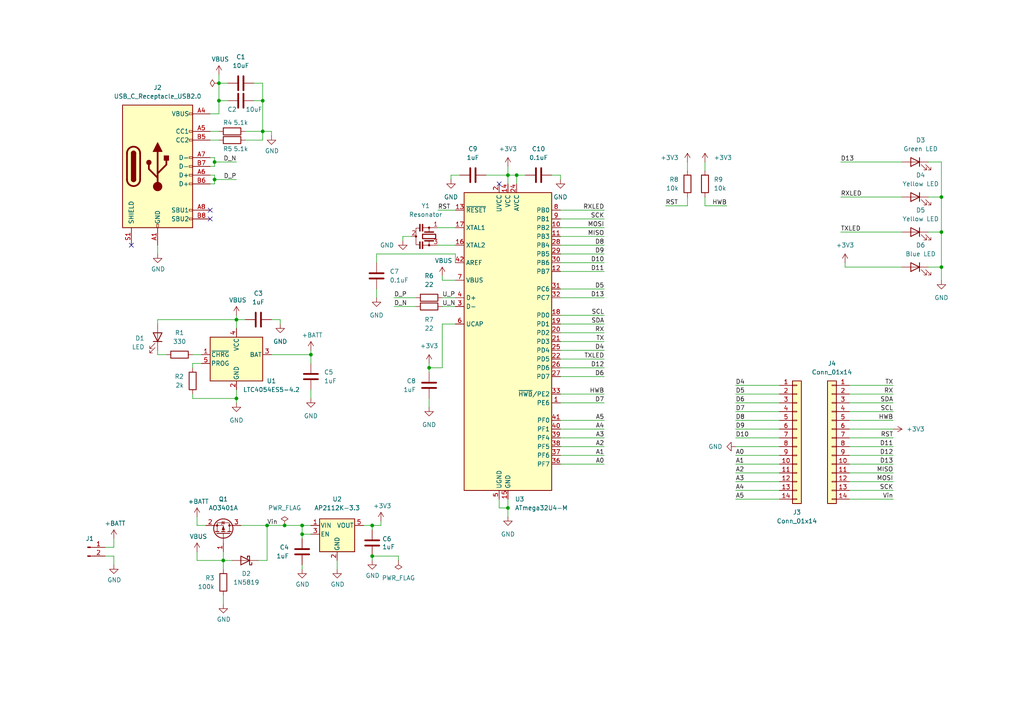
<source format=kicad_sch>
(kicad_sch (version 20211123) (generator eeschema)
  (paper "A4")
  (title_block (title "ATmega32u4 Development Board") (date "2023-02-23") (rev "v1.0.0") (company "Shadman Habib"))
  (lib_symbols
    (symbol "Battery_Management:LTC4054ES5-4.2" (pin_names (offset 0.254))
      (property "Reference" "U" (at -5.842 6.604 0))
      (property "Value" "LTC4054ES5-4.2" (at 1.524 6.604 0))
      (symbol "LTC4054ES5-4.2_0_1"
        (rectangle (start -7.62 5.08) (end 7.62 -7.62) (stroke (width 0.254)) (fill (type background)))
      )
      (symbol "LTC4054ES5-4.2_1_1"
        (pin open_collector line (at -10.16 0 0) (length 2.54) (name "~{CHRG}") (number "1"))
        (pin power_in line (at 0 -10.16 90) (length 2.54) (name "GND") (number "2"))
        (pin power_out line (at 10.16 0 180) (length 2.54) (name "BAT") (number "3"))
        (pin power_in line (at 0 7.62 270) (length 2.54) (name "VCC") (number "4"))
        (pin bidirectional line (at -10.16 -2.54 0) (length 2.54) (name "PROG") (number "5"))
      )
    )
    (symbol "Connector:Conn_01x02_Male" (pin_names (offset 1.016) hide)
      (property "Reference" "J" (at 0 2.54 0))
      (property "Value" "Conn_01x02_Male" (at 0 -5.08 0))
      (symbol "Conn_01x02_Male_1_1"
        (polyline (pts (xy 1.27 -2.54) (xy 0.8636 -2.54)) (stroke (width 0.1524)))
        (polyline (pts (xy 1.27 0) (xy 0.8636 0)) (stroke (width 0.1524)))
        (rectangle (start 0.8636 -2.413) (end 0 -2.667) (stroke (width 0.1524)) (fill (type outline)))
        (rectangle (start 0.8636 0.127) (end 0 -0.127) (stroke (width 0.1524)) (fill (type outline)))
        (pin passive line (at 5.08 0 180) (length 3.81) (name "Pin_1") (number "1"))
        (pin passive line (at 5.08 -2.54 180) (length 3.81) (name "Pin_2") (number "2"))
      )
    )
    (symbol "Connector:USB_C_Receptacle_USB2.0" (pin_names (offset 1.016))
      (property "Reference" "J" (at -10.16 19.05 0))
      (property "Value" "USB_C_Receptacle_USB2.0" (at 19.05 19.05 0))
      (symbol "USB_C_Receptacle_USB2.0_0_0"
        (rectangle (start -0.254 -17.78) (end 0.254 -16.764))
        (rectangle (start 10.16 -14.986) (end 9.144 -15.494))
        (rectangle (start 10.16 -12.446) (end 9.144 -12.954))
        (rectangle (start 10.16 -4.826) (end 9.144 -5.334))
        (rectangle (start 10.16 -2.286) (end 9.144 -2.794))
        (rectangle (start 10.16 0.254) (end 9.144 -0.254))
        (rectangle (start 10.16 2.794) (end 9.144 2.286))
        (rectangle (start 10.16 7.874) (end 9.144 7.366))
        (rectangle (start 10.16 10.414) (end 9.144 9.906))
        (rectangle (start 10.16 15.494) (end 9.144 14.986))
      )
      (symbol "USB_C_Receptacle_USB2.0_0_1"
        (rectangle (start -10.16 17.78) (end 10.16 -17.78) (stroke (width 0.254)) (fill (type background)))
        (arc (start -8.89 -3.81) (mid -6.985 -5.715) (end -5.08 -3.81) (stroke (width 0.508)))
        (arc (start -7.62 -3.81) (mid -6.985 -4.445) (end -6.35 -3.81) (stroke (width 0.254)))
        (arc (start -7.62 -3.81) (mid -6.985 -4.445) (end -6.35 -3.81) (stroke (width 0.254)) (fill (type outline)))
        (rectangle (start -7.62 -3.81) (end -6.35 3.81) (stroke (width 0.254)) (fill (type outline)))
        (arc (start -6.35 3.81) (mid -6.985 4.445) (end -7.62 3.81) (stroke (width 0.254)))
        (arc (start -6.35 3.81) (mid -6.985 4.445) (end -7.62 3.81) (stroke (width 0.254)) (fill (type outline)))
        (arc (start -5.08 3.81) (mid -6.985 5.715) (end -8.89 3.81) (stroke (width 0.508)))
        (circle (center -2.54 1.143) (radius 0.635) (stroke (width 0.254)) (fill (type outline)))
        (circle (center 0 -5.842) (radius 1.27) (fill (type outline)))
        (polyline (pts (xy -8.89 -3.81) (xy -8.89 3.81)) (stroke (width 0.508)))
        (polyline (pts (xy -5.08 3.81) (xy -5.08 -3.81)) (stroke (width 0.508)))
        (polyline (pts (xy 0 -5.842) (xy 0 4.318)) (stroke (width 0.508)))
        (polyline (pts (xy 0 -3.302) (xy -2.54 -0.762) (xy -2.54 0.508)) (stroke (width 0.508)))
        (polyline (pts (xy 0 -2.032) (xy 2.54 0.508) (xy 2.54 1.778)) (stroke (width 0.508)))
        (polyline (pts (xy -1.27 4.318) (xy 0 6.858) (xy 1.27 4.318) (xy -1.27 4.318)) (stroke (width 0.254)) (fill (type outline)))
        (rectangle (start 1.905 1.778) (end 3.175 3.048) (stroke (width 0.254)) (fill (type outline)))
      )
      (symbol "USB_C_Receptacle_USB2.0_1_1"
        (pin passive line (at 0 -22.86 90) (length 5.08) (name "GND") (number "A1"))
        (pin passive line (at 0 -22.86 90) (length 5.08) hide (name "GND") (number "A12"))
        (pin passive line (at 15.24 15.24 180) (length 5.08) (name "VBUS") (number "A4"))
        (pin bidirectional line (at 15.24 10.16 180) (length 5.08) (name "CC1") (number "A5"))
        (pin bidirectional line (at 15.24 -2.54 180) (length 5.08) (name "D+") (number "A6"))
        (pin bidirectional line (at 15.24 2.54 180) (length 5.08) (name "D-") (number "A7"))
        (pin bidirectional line (at 15.24 -12.7 180) (length 5.08) (name "SBU1") (number "A8"))
        (pin passive line (at 15.24 15.24 180) (length 5.08) hide (name "VBUS") (number "A9"))
        (pin passive line (at 0 -22.86 90) (length 5.08) hide (name "GND") (number "B1"))
        (pin passive line (at 0 -22.86 90) (length 5.08) hide (name "GND") (number "B12"))
        (pin passive line (at 15.24 15.24 180) (length 5.08) hide (name "VBUS") (number "B4"))
        (pin bidirectional line (at 15.24 7.62 180) (length 5.08) (name "CC2") (number "B5"))
        (pin bidirectional line (at 15.24 -5.08 180) (length 5.08) (name "D+") (number "B6"))
        (pin bidirectional line (at 15.24 0 180) (length 5.08) (name "D-") (number "B7"))
        (pin bidirectional line (at 15.24 -15.24 180) (length 5.08) (name "SBU2") (number "B8"))
        (pin passive line (at 15.24 15.24 180) (length 5.08) hide (name "VBUS") (number "B9"))
        (pin passive line (at -7.62 -22.86 90) (length 5.08) (name "SHIELD") (number "S1"))
      )
    )
    (symbol "Connector_Generic:Conn_01x14" (pin_names (offset 1.016) hide)
      (property "Reference" "J" (at 0 17.78 0))
      (property "Value" "Conn_01x14" (at 0 -20.32 0))
      (symbol "Conn_01x14_1_1"
        (rectangle (start -1.27 -17.653) (end 0 -17.907) (stroke (width 0.1524)))
        (rectangle (start -1.27 -15.113) (end 0 -15.367) (stroke (width 0.1524)))
        (rectangle (start -1.27 -12.573) (end 0 -12.827) (stroke (width 0.1524)))
        (rectangle (start -1.27 -10.033) (end 0 -10.287) (stroke (width 0.1524)))
        (rectangle (start -1.27 -7.493) (end 0 -7.747) (stroke (width 0.1524)))
        (rectangle (start -1.27 -4.953) (end 0 -5.207) (stroke (width 0.1524)))
        (rectangle (start -1.27 -2.413) (end 0 -2.667) (stroke (width 0.1524)))
        (rectangle (start -1.27 0.127) (end 0 -0.127) (stroke (width 0.1524)))
        (rectangle (start -1.27 2.667) (end 0 2.413) (stroke (width 0.1524)))
        (rectangle (start -1.27 5.207) (end 0 4.953) (stroke (width 0.1524)))
        (rectangle (start -1.27 7.747) (end 0 7.493) (stroke (width 0.1524)))
        (rectangle (start -1.27 10.287) (end 0 10.033) (stroke (width 0.1524)))
        (rectangle (start -1.27 12.827) (end 0 12.573) (stroke (width 0.1524)))
        (rectangle (start -1.27 15.367) (end 0 15.113) (stroke (width 0.1524)))
        (rectangle (start -1.27 16.51) (end 1.27 -19.05) (stroke (width 0.254)) (fill (type background)))
        (pin passive line (at -5.08 15.24 0) (length 3.81) (name "Pin_1") (number "1"))
        (pin passive line (at -5.08 -7.62 0) (length 3.81) (name "Pin_10") (number "10"))
        (pin passive line (at -5.08 -10.16 0) (length 3.81) (name "Pin_11") (number "11"))
        (pin passive line (at -5.08 -12.7 0) (length 3.81) (name "Pin_12") (number "12"))
        (pin passive line (at -5.08 -15.24 0) (length 3.81) (name "Pin_13") (number "13"))
        (pin passive line (at -5.08 -17.78 0) (length 3.81) (name "Pin_14") (number "14"))
        (pin passive line (at -5.08 12.7 0) (length 3.81) (name "Pin_2") (number "2"))
        (pin passive line (at -5.08 10.16 0) (length 3.81) (name "Pin_3") (number "3"))
        (pin passive line (at -5.08 7.62 0) (length 3.81) (name "Pin_4") (number "4"))
        (pin passive line (at -5.08 5.08 0) (length 3.81) (name "Pin_5") (number "5"))
        (pin passive line (at -5.08 2.54 0) (length 3.81) (name "Pin_6") (number "6"))
        (pin passive line (at -5.08 0 0) (length 3.81) (name "Pin_7") (number "7"))
        (pin passive line (at -5.08 -2.54 0) (length 3.81) (name "Pin_8") (number "8"))
        (pin passive line (at -5.08 -5.08 0) (length 3.81) (name "Pin_9") (number "9"))
      )
    )
    (symbol "Device:C" (pin_numbers hide) (pin_names (offset 0.254))
      (property "Reference" "C" (at 0.635 2.54 0))
      (property "Value" "C" (at 0.635 -2.54 0))
      (symbol "C_0_1"
        (polyline (pts (xy -2.032 -0.762) (xy 2.032 -0.762)) (stroke (width 0.508)))
        (polyline (pts (xy -2.032 0.762) (xy 2.032 0.762)) (stroke (width 0.508)))
      )
      (symbol "C_1_1"
        (pin passive line (at 0 3.81 270) (length 2.794) (name "~") (number "1"))
        (pin passive line (at 0 -3.81 90) (length 2.794) (name "~") (number "2"))
      )
    )
    (symbol "Device:LED" (pin_numbers hide) (pin_names (offset 1.016) hide)
      (property "Reference" "D" (at 0 2.54 0))
      (property "Value" "LED" (at 0 -2.54 0))
      (symbol "LED_0_1"
        (polyline (pts (xy -1.27 -1.27) (xy -1.27 1.27)) (stroke (width 0.254)))
        (polyline (pts (xy -1.27 0) (xy 1.27 0)))
        (polyline (pts (xy 1.27 -1.27) (xy 1.27 1.27) (xy -1.27 0) (xy 1.27 -1.27)) (stroke (width 0.254)))
        (polyline (pts (xy -3.048 -0.762) (xy -4.572 -2.286) (xy -3.81 -2.286) (xy -4.572 -2.286) (xy -4.572 -1.524)))
        (polyline (pts (xy -1.778 -0.762) (xy -3.302 -2.286) (xy -2.54 -2.286) (xy -3.302 -2.286) (xy -3.302 -1.524)))
      )
      (symbol "LED_1_1"
        (pin passive line (at -3.81 0 0) (length 2.54) (name "K") (number "1"))
        (pin passive line (at 3.81 0 180) (length 2.54) (name "A") (number "2"))
      )
    )
    (symbol "Device:R" (pin_numbers hide) (pin_names (offset 0))
      (property "Reference" "R" (at 2.032 0 90))
      (property "Value" "R" (at 0 0 90))
      (symbol "R_0_1"
        (rectangle (start -1.016 -2.54) (end 1.016 2.54) (stroke (width 0.254)))
      )
      (symbol "R_1_1"
        (pin passive line (at 0 3.81 270) (length 1.27) (name "~") (number "1"))
        (pin passive line (at 0 -3.81 90) (length 1.27) (name "~") (number "2"))
      )
    )
    (symbol "Device:Resonator_Small" (pin_names (offset 1.016) hide)
      (property "Reference" "Y" (at 3.175 1.905 0))
      (property "Value" "Resonator_Small" (at 3.175 0 0))
      (symbol "Resonator_Small_0_1"
        (rectangle (start -3.556 -2.54) (end -1.524 -2.794) (fill (type outline)))
        (rectangle (start -3.556 -1.778) (end -1.524 -2.032) (fill (type outline)))
        (circle (center -2.54 0) (radius 0.254) (fill (type outline)))
        (rectangle (start -0.635 1.905) (end 0.635 -1.905) (stroke (width 0.3048)))
        (circle (center 0 -3.81) (radius 0.254) (fill (type outline)))
        (polyline (pts (xy -2.54 -1.778) (xy -2.54 0)))
        (polyline (pts (xy -2.54 0) (xy -1.397 0)))
        (polyline (pts (xy -2.54 1.27) (xy -2.54 0)))
        (polyline (pts (xy -1.27 -1.27) (xy -1.27 1.27)) (stroke (width 0.381)))
        (polyline (pts (xy 1.27 -1.27) (xy 1.27 1.27)) (stroke (width 0.381)))
        (polyline (pts (xy 1.27 0) (xy 2.54 0)))
        (polyline (pts (xy 2.54 0) (xy 2.54 -1.778)))
        (polyline (pts (xy 2.54 1.27) (xy 2.54 0)))
        (polyline (pts (xy 2.413 -2.794) (xy 2.413 -3.81) (xy -2.413 -3.81) (xy -2.413 -2.667)))
        (rectangle (start 1.524 -2.54) (end 3.556 -2.794) (fill (type outline)))
        (rectangle (start 1.524 -1.778) (end 3.556 -2.032) (fill (type outline)))
        (circle (center 2.54 0) (radius 0.254) (fill (type outline)))
      )
      (symbol "Resonator_Small_1_1"
        (pin passive line (at -2.54 2.54 270) (length 1.27) (name "1") (number "1"))
        (pin passive line (at 0 -5.08 90) (length 1.27) (name "2") (number "2"))
        (pin passive line (at 2.54 2.54 270) (length 1.27) (name "3") (number "3"))
      )
    )
    (symbol "Diode:1N5819" (pin_numbers hide) (pin_names (offset 1.016) hide)
      (property "Reference" "D" (at 0 2.54 0))
      (property "Value" "1N5819" (at 0 -2.54 0))
      (symbol "1N5819_0_1"
        (polyline (pts (xy 1.27 0) (xy -1.27 0)))
        (polyline (pts (xy 1.27 1.27) (xy 1.27 -1.27) (xy -1.27 0) (xy 1.27 1.27)) (stroke (width 0.254)))
        (polyline (pts (xy -1.905 0.635) (xy -1.905 1.27) (xy -1.27 1.27) (xy -1.27 -1.27) (xy -0.635 -1.27) (xy -0.635 -0.635)) (stroke (width 0.254)))
      )
      (symbol "1N5819_1_1"
        (pin passive line (at -3.81 0 0) (length 2.54) (name "K") (number "1"))
        (pin passive line (at 3.81 0 180) (length 2.54) (name "A") (number "2"))
      )
    )
    (symbol "MCU_Microchip_ATmega:ATmega32U4-M"
      (property "Reference" "U" (at -12.7 44.45 0))
      (property "Value" "ATmega32U4-M" (at 2.54 -44.45 0))
      (symbol "ATmega32U4-M_0_1"
        (rectangle (start -12.7 -43.18) (end 12.7 43.18) (stroke (width 0.254)) (fill (type background)))
      )
      (symbol "ATmega32U4-M_1_1"
        (pin bidirectional line (at 15.24 -17.78 180) (length 2.54) (name "PE6") (number "1"))
        (pin bidirectional line (at 15.24 33.02 180) (length 2.54) (name "PB2") (number "10"))
        (pin bidirectional line (at 15.24 30.48 180) (length 2.54) (name "PB3") (number "11"))
        (pin bidirectional line (at 15.24 20.32 180) (length 2.54) (name "PB7") (number "12"))
        (pin input line (at -15.24 38.1 0) (length 2.54) (name "~{RESET}") (number "13"))
        (pin power_in line (at 0 45.72 270) (length 2.54) (name "VCC") (number "14"))
        (pin power_in line (at 0 -45.72 90) (length 2.54) (name "GND") (number "15"))
        (pin output line (at -15.24 27.94 0) (length 2.54) (name "XTAL2") (number "16"))
        (pin input line (at -15.24 33.02 0) (length 2.54) (name "XTAL1") (number "17"))
        (pin bidirectional line (at 15.24 7.62 180) (length 2.54) (name "PD0") (number "18"))
        (pin bidirectional line (at 15.24 5.08 180) (length 2.54) (name "PD1") (number "19"))
        (pin power_in line (at -2.54 45.72 270) (length 2.54) (name "UVCC") (number "2"))
        (pin bidirectional line (at 15.24 2.54 180) (length 2.54) (name "PD2") (number "20"))
        (pin bidirectional line (at 15.24 0 180) (length 2.54) (name "PD3") (number "21"))
        (pin bidirectional line (at 15.24 -5.08 180) (length 2.54) (name "PD5") (number "22"))
        (pin passive line (at 0 -45.72 90) (length 2.54) hide (name "GND") (number "23"))
        (pin power_in line (at 2.54 45.72 270) (length 2.54) (name "AVCC") (number "24"))
        (pin bidirectional line (at 15.24 -2.54 180) (length 2.54) (name "PD4") (number "25"))
        (pin bidirectional line (at 15.24 -7.62 180) (length 2.54) (name "PD6") (number "26"))
        (pin bidirectional line (at 15.24 -10.16 180) (length 2.54) (name "PD7") (number "27"))
        (pin bidirectional line (at 15.24 27.94 180) (length 2.54) (name "PB4") (number "28"))
        (pin bidirectional line (at 15.24 25.4 180) (length 2.54) (name "PB5") (number "29"))
        (pin bidirectional line (at -15.24 10.16 0) (length 2.54) (name "D-") (number "3"))
        (pin bidirectional line (at 15.24 22.86 180) (length 2.54) (name "PB6") (number "30"))
        (pin bidirectional line (at 15.24 15.24 180) (length 2.54) (name "PC6") (number "31"))
        (pin bidirectional line (at 15.24 12.7 180) (length 2.54) (name "PC7") (number "32"))
        (pin bidirectional line (at 15.24 -15.24 180) (length 2.54) (name "~{HWB}/PE2") (number "33"))
        (pin passive line (at 0 45.72 270) (length 2.54) hide (name "VCC") (number "34"))
        (pin passive line (at 0 -45.72 90) (length 2.54) hide (name "GND") (number "35"))
        (pin bidirectional line (at 15.24 -35.56 180) (length 2.54) (name "PF7") (number "36"))
        (pin bidirectional line (at 15.24 -33.02 180) (length 2.54) (name "PF6") (number "37"))
        (pin bidirectional line (at 15.24 -30.48 180) (length 2.54) (name "PF5") (number "38"))
        (pin bidirectional line (at 15.24 -27.94 180) (length 2.54) (name "PF4") (number "39"))
        (pin bidirectional line (at -15.24 12.7 0) (length 2.54) (name "D+") (number "4"))
        (pin bidirectional line (at 15.24 -25.4 180) (length 2.54) (name "PF1") (number "40"))
        (pin bidirectional line (at 15.24 -22.86 180) (length 2.54) (name "PF0") (number "41"))
        (pin passive line (at -15.24 22.86 0) (length 2.54) (name "AREF") (number "42"))
        (pin passive line (at 0 -45.72 90) (length 2.54) hide (name "GND") (number "43"))
        (pin passive line (at 2.54 45.72 270) (length 2.54) hide (name "AVCC") (number "44"))
        (pin passive line (at 0 -45.72 90) (length 2.54) hide (name "GND") (number "45"))
        (pin passive line (at -2.54 -45.72 90) (length 2.54) (name "UGND") (number "5"))
        (pin passive line (at -15.24 5.08 0) (length 2.54) (name "UCAP") (number "6"))
        (pin input line (at -15.24 17.78 0) (length 2.54) (name "VBUS") (number "7"))
        (pin bidirectional line (at 15.24 38.1 180) (length 2.54) (name "PB0") (number "8"))
        (pin bidirectional line (at 15.24 35.56 180) (length 2.54) (name "PB1") (number "9"))
      )
    )
    (symbol "Regulator_Linear:AP2112K-3.3" (pin_names (offset 0.254))
      (property "Reference" "U" (at -5.08 5.715 0))
      (property "Value" "AP2112K-3.3" (at 0 5.715 0))
      (symbol "AP2112K-3.3_0_1"
        (rectangle (start -5.08 4.445) (end 5.08 -5.08) (stroke (width 0.254)) (fill (type background)))
      )
      (symbol "AP2112K-3.3_1_1"
        (pin power_in line (at -7.62 2.54 0) (length 2.54) (name "VIN") (number "1"))
        (pin power_in line (at 0 -7.62 90) (length 2.54) (name "GND") (number "2"))
        (pin input line (at -7.62 0 0) (length 2.54) (name "EN") (number "3"))
        (pin no_connect line (at 5.08 0 180) (length 2.54) hide (name "NC") (number "4"))
        (pin power_out line (at 7.62 2.54 180) (length 2.54) (name "VOUT") (number "5"))
      )
    )
    (symbol "Transistor_FET:AO3401A" (pin_names hide)
      (property "Reference" "Q" (at 5.08 1.905 0))
      (property "Value" "AO3401A" (at 5.08 0 0))
      (symbol "AO3401A_0_1"
        (polyline (pts (xy 0.254 0) (xy -2.54 0)))
        (polyline (pts (xy 0.254 1.905) (xy 0.254 -1.905)) (stroke (width 0.254)))
        (polyline (pts (xy 0.762 -1.27) (xy 0.762 -2.286)) (stroke (width 0.254)))
        (polyline (pts (xy 0.762 0.508) (xy 0.762 -0.508)) (stroke (width 0.254)))
        (polyline (pts (xy 0.762 2.286) (xy 0.762 1.27)) (stroke (width 0.254)))
        (polyline (pts (xy 2.54 2.54) (xy 2.54 1.778)))
        (polyline (pts (xy 2.54 -2.54) (xy 2.54 0) (xy 0.762 0)))
        (polyline (pts (xy 0.762 1.778) (xy 3.302 1.778) (xy 3.302 -1.778) (xy 0.762 -1.778)))
        (polyline (pts (xy 2.286 0) (xy 1.27 0.381) (xy 1.27 -0.381) (xy 2.286 0)) (fill (type outline)))
        (polyline (pts (xy 2.794 -0.508) (xy 2.921 -0.381) (xy 3.683 -0.381) (xy 3.81 -0.254)))
        (polyline (pts (xy 3.302 -0.381) (xy 2.921 0.254) (xy 3.683 0.254) (xy 3.302 -0.381)))
        (circle (center 1.651 0) (radius 2.794) (stroke (width 0.254)))
        (circle (center 2.54 -1.778) (radius 0.254) (fill (type outline)))
        (circle (center 2.54 1.778) (radius 0.254) (fill (type outline)))
      )
      (symbol "AO3401A_1_1"
        (pin input line (at -5.08 0 0) (length 2.54) (name "G") (number "1"))
        (pin passive line (at 2.54 -5.08 90) (length 2.54) (name "S") (number "2"))
        (pin passive line (at 2.54 5.08 270) (length 2.54) (name "D") (number "3"))
      )
    )
    (symbol "power:+3.3V" (power) (pin_names (offset 0))
      (property "Value" "+3.3V" (at 0 3.556 0))
      (symbol "+3.3V_0_1"
        (polyline (pts (xy -0.762 1.27) (xy 0 2.54)))
        (polyline (pts (xy 0 0) (xy 0 2.54)))
        (polyline (pts (xy 0 2.54) (xy 0.762 1.27)))
      )
      (symbol "+3.3V_1_1"
        (pin power_in line (at 0 0 90) (length 0) hide (name "+3V3") (number "1"))
      )
    )
    (symbol "power:+BATT" (power) (pin_names (offset 0))
      (property "Value" "+BATT" (at 0 3.556 0))
      (symbol "+BATT_0_1"
        (polyline (pts (xy -0.762 1.27) (xy 0 2.54)))
        (polyline (pts (xy 0 0) (xy 0 2.54)))
        (polyline (pts (xy 0 2.54) (xy 0.762 1.27)))
      )
      (symbol "+BATT_1_1"
        (pin power_in line (at 0 0 90) (length 0) hide (name "+BATT") (number "1"))
      )
    )
    (symbol "power:GND" (power) (pin_names (offset 0))
      (property "Value" "GND" (at 0 -3.81 0))
      (symbol "GND_0_1"
        (polyline (pts (xy 0 0) (xy 0 -1.27) (xy 1.27 -1.27) (xy 0 -2.54) (xy -1.27 -1.27) (xy 0 -1.27)))
      )
      (symbol "GND_1_1"
        (pin power_in line (at 0 0 270) (length 0) hide (name "GND") (number "1"))
      )
    )
    (symbol "power:PWR_FLAG" (power) (pin_numbers hide) (pin_names (offset 0) hide)
      (property "Value" "PWR_FLAG" (at 0 3.81 0))
      (symbol "PWR_FLAG_0_0"
        (pin power_out line (at 0 0 90) (length 0) (name "pwr") (number "1"))
      )
      (symbol "PWR_FLAG_0_1"
        (polyline (pts (xy 0 0) (xy 0 1.27) (xy -1.016 1.905) (xy 0 2.54) (xy 1.016 1.905) (xy 0 1.27)))
      )
    )
    (symbol "power:VBUS" (power) (pin_names (offset 0))
      (property "Value" "VBUS" (at 0 3.81 0))
      (symbol "VBUS_0_1"
        (polyline (pts (xy -0.762 1.27) (xy 0 2.54)))
        (polyline (pts (xy 0 0) (xy 0 2.54)))
        (polyline (pts (xy 0 2.54) (xy 0.762 1.27)))
      )
      (symbol "VBUS_1_1"
        (pin power_in line (at 0 0 90) (length 0) hide (name "VBUS") (number "1"))
      )
    )
  )
  (junction (at 68.58 115.57))
  (junction (at 63.5 29.21))
  (junction (at 87.63 154.94))
  (junction (at 147.32 50.8))
  (junction (at 149.86 50.8))
  (junction (at 68.58 92.71))
  (junction (at 107.95 161.29))
  (junction (at 63.5 24.13))
  (junction (at 62.23 46.99))
  (junction (at 273.05 67.31))
  (junction (at 273.05 77.47))
  (junction (at 76.2 38.1))
  (junction (at 77.47 152.4))
  (junction (at 64.77 162.56))
  (junction (at 76.2 29.21))
  (junction (at 124.46 106.68))
  (junction (at 107.95 152.4))
  (junction (at 62.23 52.07))
  (junction (at 147.32 147.32))
  (junction (at 90.17 102.87))
  (junction (at 82.55 152.4))
  (junction (at 87.63 152.4))
  (junction (at 273.05 57.15))
  (no_connect (at 38.1 71.12))
  (no_connect (at 60.96 63.5))
  (no_connect (at 60.96 60.96))
  (no_connect (at 144.78 53.34))
  (wire (pts (xy 132.08 93.98) (xy 128.27 93.98)))
  (wire (pts (xy 87.63 154.94) (xy 87.63 152.4)))
  (wire (pts (xy 204.47 57.15) (xy 204.47 59.69)))
  (wire (pts (xy 55.88 114.3) (xy 55.88 115.57)))
  (wire (pts (xy 76.2 29.21) (xy 76.2 38.1)))
  (wire (pts (xy 87.63 154.94) (xy 90.17 154.94)))
  (wire (pts (xy 55.88 102.87) (xy 58.42 102.87)))
  (wire (pts (xy 71.12 40.64) (xy 76.2 40.64)))
  (wire (pts (xy 68.58 91.44) (xy 68.58 92.71)))
  (wire (pts (xy 147.32 144.78) (xy 147.32 147.32)))
  (wire (pts (xy 246.38 137.16) (xy 259.08 137.16)))
  (wire (pts (xy 162.56 68.58) (xy 175.26 68.58)))
  (wire (pts (xy 149.86 50.8) (xy 149.86 53.34)))
  (wire (pts (xy 57.15 162.56) (xy 64.77 162.56)))
  (wire (pts (xy 55.88 105.41) (xy 58.42 105.41)))
  (wire (pts (xy 213.36 127) (xy 226.06 127)))
  (wire (pts (xy 62.23 52.07) (xy 68.58 52.07)))
  (wire (pts (xy 162.56 63.5) (xy 175.26 63.5)))
  (wire (pts (xy 60.96 38.1) (xy 63.5 38.1)))
  (wire (pts (xy 64.77 162.56) (xy 64.77 165.1)))
  (wire (pts (xy 162.56 124.46) (xy 175.26 124.46)))
  (wire (pts (xy 62.23 48.26) (xy 62.23 46.99)))
  (wire (pts (xy 63.5 21.59) (xy 63.5 24.13)))
  (wire (pts (xy 246.38 127) (xy 259.08 127)))
  (wire (pts (xy 213.36 142.24) (xy 226.06 142.24)))
  (wire (pts (xy 107.95 153.67) (xy 107.95 152.4)))
  (wire (pts (xy 77.47 152.4) (xy 82.55 152.4)))
  (wire (pts (xy 109.22 83.82) (xy 109.22 86.36)))
  (wire (pts (xy 269.24 46.99) (xy 273.05 46.99)))
  (wire (pts (xy 124.46 107.95) (xy 124.46 106.68)))
  (wire (pts (xy 273.05 77.47) (xy 273.05 81.28)))
  (wire (pts (xy 68.58 113.03) (xy 68.58 115.57)))
  (wire (pts (xy 246.38 144.78) (xy 259.08 144.78)))
  (wire (pts (xy 87.63 156.21) (xy 87.63 154.94)))
  (wire (pts (xy 246.38 116.84) (xy 259.08 116.84)))
  (wire (pts (xy 60.96 48.26) (xy 62.23 48.26)))
  (wire (pts (xy 62.23 46.99) (xy 68.58 46.99)))
  (wire (pts (xy 132.08 73.66) (xy 132.08 76.2)))
  (wire (pts (xy 74.93 162.56) (xy 77.47 162.56)))
  (wire (pts (xy 162.56 106.68) (xy 175.26 106.68)))
  (wire (pts (xy 140.97 50.8) (xy 147.32 50.8)))
  (wire (pts (xy 30.48 158.75) (xy 33.02 158.75)))
  (wire (pts (xy 246.38 119.38) (xy 259.08 119.38)))
  (wire (pts (xy 204.47 59.69) (xy 210.82 59.69)))
  (wire (pts (xy 76.2 38.1) (xy 76.2 40.64)))
  (wire (pts (xy 269.24 67.31) (xy 273.05 67.31)))
  (wire (pts (xy 213.36 144.78) (xy 226.06 144.78)))
  (wire (pts (xy 273.05 57.15) (xy 273.05 67.31)))
  (wire (pts (xy 162.56 86.36) (xy 175.26 86.36)))
  (wire (pts (xy 116.84 68.58) (xy 119.38 68.58)))
  (wire (pts (xy 128.27 88.9) (xy 132.08 88.9)))
  (wire (pts (xy 73.66 29.21) (xy 76.2 29.21)))
  (wire (pts (xy 90.17 105.41) (xy 90.17 102.87)))
  (wire (pts (xy 59.69 152.4) (xy 57.15 152.4)))
  (wire (pts (xy 162.56 76.2) (xy 175.26 76.2)))
  (wire (pts (xy 147.32 48.26) (xy 147.32 50.8)))
  (wire (pts (xy 81.28 92.71) (xy 78.74 92.71)))
  (wire (pts (xy 73.66 24.13) (xy 76.2 24.13)))
  (wire (pts (xy 109.22 73.66) (xy 132.08 73.66)))
  (wire (pts (xy 162.56 104.14) (xy 175.26 104.14)))
  (wire (pts (xy 68.58 115.57) (xy 68.58 116.84)))
  (wire (pts (xy 213.36 124.46) (xy 226.06 124.46)))
  (wire (pts (xy 162.56 66.04) (xy 175.26 66.04)))
  (wire (pts (xy 76.2 24.13) (xy 76.2 29.21)))
  (wire (pts (xy 124.46 106.68) (xy 124.46 105.41)))
  (wire (pts (xy 162.56 91.44) (xy 175.26 91.44)))
  (wire (pts (xy 45.72 102.87) (xy 48.26 102.87)))
  (wire (pts (xy 213.36 139.7) (xy 226.06 139.7)))
  (wire (pts (xy 115.57 162.56) (xy 115.57 161.29)))
  (wire (pts (xy 82.55 152.4) (xy 87.63 152.4)))
  (wire (pts (xy 246.38 134.62) (xy 259.08 134.62)))
  (wire (pts (xy 127 60.96) (xy 132.08 60.96)))
  (wire (pts (xy 273.05 67.31) (xy 273.05 77.47)))
  (wire (pts (xy 162.56 114.3) (xy 175.26 114.3)))
  (wire (pts (xy 128.27 93.98) (xy 128.27 106.68)))
  (wire (pts (xy 199.39 57.15) (xy 199.39 59.69)))
  (wire (pts (xy 147.32 147.32) (xy 147.32 149.86)))
  (wire (pts (xy 162.56 78.74) (xy 175.26 78.74)))
  (wire (pts (xy 213.36 132.08) (xy 226.06 132.08)))
  (wire (pts (xy 33.02 163.83) (xy 33.02 161.29)))
  (wire (pts (xy 246.38 142.24) (xy 259.08 142.24)))
  (wire (pts (xy 162.56 73.66) (xy 175.26 73.66)))
  (wire (pts (xy 269.24 57.15) (xy 273.05 57.15)))
  (wire (pts (xy 87.63 152.4) (xy 90.17 152.4)))
  (wire (pts (xy 147.32 50.8) (xy 147.32 53.34)))
  (wire (pts (xy 162.56 132.08) (xy 175.26 132.08)))
  (wire (pts (xy 109.22 76.2) (xy 109.22 73.66)))
  (wire (pts (xy 213.36 137.16) (xy 226.06 137.16)))
  (wire (pts (xy 246.38 114.3) (xy 259.08 114.3)))
  (wire (pts (xy 162.56 116.84) (xy 175.26 116.84)))
  (wire (pts (xy 162.56 83.82) (xy 175.26 83.82)))
  (wire (pts (xy 213.36 114.3) (xy 226.06 114.3)))
  (wire (pts (xy 116.84 69.85) (xy 116.84 68.58)))
  (wire (pts (xy 33.02 158.75) (xy 33.02 156.21)))
  (wire (pts (xy 193.04 59.69) (xy 199.39 59.69)))
  (wire (pts (xy 33.02 161.29) (xy 30.48 161.29)))
  (wire (pts (xy 62.23 52.07) (xy 62.23 50.8)))
  (wire (pts (xy 107.95 161.29) (xy 107.95 162.56)))
  (wire (pts (xy 45.72 92.71) (xy 68.58 92.71)))
  (wire (pts (xy 63.5 29.21) (xy 63.5 33.02)))
  (wire (pts (xy 149.86 50.8) (xy 152.4 50.8)))
  (wire (pts (xy 63.5 29.21) (xy 66.04 29.21)))
  (wire (pts (xy 130.81 50.8) (xy 133.35 50.8)))
  (wire (pts (xy 162.56 71.12) (xy 175.26 71.12)))
  (wire (pts (xy 115.57 161.29) (xy 107.95 161.29)))
  (wire (pts (xy 62.23 50.8) (xy 60.96 50.8)))
  (wire (pts (xy 162.56 60.96) (xy 175.26 60.96)))
  (wire (pts (xy 45.72 101.6) (xy 45.72 102.87)))
  (wire (pts (xy 147.32 50.8) (xy 149.86 50.8)))
  (wire (pts (xy 77.47 152.4) (xy 77.47 162.56)))
  (wire (pts (xy 90.17 113.03) (xy 90.17 115.57)))
  (wire (pts (xy 78.74 102.87) (xy 90.17 102.87)))
  (wire (pts (xy 128.27 80.01) (xy 128.27 81.28)))
  (wire (pts (xy 162.56 129.54) (xy 175.26 129.54)))
  (wire (pts (xy 114.3 88.9) (xy 120.65 88.9)))
  (wire (pts (xy 213.36 111.76) (xy 226.06 111.76)))
  (wire (pts (xy 114.3 86.36) (xy 120.65 86.36)))
  (wire (pts (xy 246.38 139.7) (xy 259.08 139.7)))
  (wire (pts (xy 246.38 132.08) (xy 259.08 132.08)))
  (wire (pts (xy 62.23 45.72) (xy 60.96 45.72)))
  (wire (pts (xy 162.56 127) (xy 175.26 127)))
  (wire (pts (xy 245.11 77.47) (xy 261.62 77.47)))
  (wire (pts (xy 63.5 24.13) (xy 63.5 29.21)))
  (wire (pts (xy 162.56 109.22) (xy 175.26 109.22)))
  (wire (pts (xy 246.38 121.92) (xy 259.08 121.92)))
  (wire (pts (xy 199.39 46.99) (xy 199.39 49.53)))
  (wire (pts (xy 68.58 92.71) (xy 68.58 95.25)))
  (wire (pts (xy 162.56 99.06) (xy 175.26 99.06)))
  (wire (pts (xy 243.84 67.31) (xy 261.62 67.31)))
  (wire (pts (xy 273.05 46.99) (xy 273.05 57.15)))
  (wire (pts (xy 55.88 115.57) (xy 68.58 115.57)))
  (wire (pts (xy 130.81 52.07) (xy 130.81 50.8)))
  (wire (pts (xy 45.72 73.66) (xy 45.72 71.12)))
  (wire (pts (xy 246.38 111.76) (xy 259.08 111.76)))
  (wire (pts (xy 128.27 86.36) (xy 132.08 86.36)))
  (wire (pts (xy 76.2 38.1) (xy 78.74 38.1)))
  (wire (pts (xy 162.56 134.62) (xy 175.26 134.62)))
  (wire (pts (xy 97.79 162.56) (xy 97.79 165.1)))
  (wire (pts (xy 87.63 163.83) (xy 87.63 165.1)))
  (wire (pts (xy 243.84 57.15) (xy 261.62 57.15)))
  (wire (pts (xy 57.15 160.02) (xy 57.15 162.56)))
  (wire (pts (xy 213.36 129.54) (xy 226.06 129.54)))
  (wire (pts (xy 213.36 116.84) (xy 226.06 116.84)))
  (wire (pts (xy 63.5 33.02) (xy 60.96 33.02)))
  (wire (pts (xy 76.2 38.1) (xy 71.12 38.1)))
  (wire (pts (xy 127 66.04) (xy 132.08 66.04)))
  (wire (pts (xy 162.56 50.8) (xy 160.02 50.8)))
  (wire (pts (xy 110.49 152.4) (xy 107.95 152.4)))
  (wire (pts (xy 90.17 102.87) (xy 90.17 101.6)))
  (wire (pts (xy 162.56 101.6) (xy 175.26 101.6)))
  (wire (pts (xy 213.36 119.38) (xy 226.06 119.38)))
  (wire (pts (xy 269.24 77.47) (xy 273.05 77.47)))
  (wire (pts (xy 124.46 106.68) (xy 128.27 106.68)))
  (wire (pts (xy 105.41 152.4) (xy 107.95 152.4)))
  (wire (pts (xy 64.77 162.56) (xy 64.77 160.02)))
  (wire (pts (xy 204.47 46.99) (xy 204.47 49.53)))
  (wire (pts (xy 162.56 121.92) (xy 175.26 121.92)))
  (wire (pts (xy 246.38 124.46) (xy 259.08 124.46)))
  (wire (pts (xy 45.72 93.98) (xy 45.72 92.71)))
  (wire (pts (xy 162.56 96.52) (xy 175.26 96.52)))
  (wire (pts (xy 78.74 38.1) (xy 78.74 39.37)))
  (wire (pts (xy 213.36 121.92) (xy 226.06 121.92)))
  (wire (pts (xy 60.96 53.34) (xy 62.23 53.34)))
  (wire (pts (xy 162.56 93.98) (xy 175.26 93.98)))
  (wire (pts (xy 67.31 162.56) (xy 64.77 162.56)))
  (wire (pts (xy 144.78 147.32) (xy 147.32 147.32)))
  (wire (pts (xy 124.46 115.57) (xy 124.46 118.11)))
  (wire (pts (xy 128.27 81.28) (xy 132.08 81.28)))
  (wire (pts (xy 62.23 53.34) (xy 62.23 52.07)))
  (wire (pts (xy 243.84 46.99) (xy 261.62 46.99)))
  (wire (pts (xy 127 71.12) (xy 132.08 71.12)))
  (wire (pts (xy 68.58 92.71) (xy 71.12 92.71)))
  (wire (pts (xy 64.77 172.72) (xy 64.77 175.26)))
  (wire (pts (xy 162.56 52.07) (xy 162.56 50.8)))
  (wire (pts (xy 81.28 93.98) (xy 81.28 92.71)))
  (wire (pts (xy 144.78 144.78) (xy 144.78 147.32)))
  (wire (pts (xy 60.96 40.64) (xy 63.5 40.64)))
  (wire (pts (xy 63.5 24.13) (xy 66.04 24.13)))
  (wire (pts (xy 246.38 129.54) (xy 259.08 129.54)))
  (wire (pts (xy 110.49 151.13) (xy 110.49 152.4)))
  (wire (pts (xy 69.85 152.4) (xy 77.47 152.4)))
  (wire (pts (xy 62.23 46.99) (xy 62.23 45.72)))
  (wire (pts (xy 245.11 76.2) (xy 245.11 77.47)))
  (wire (pts (xy 213.36 134.62) (xy 226.06 134.62)))
  (wire (pts (xy 55.88 106.68) (xy 55.88 105.41)))
  (wire (pts (xy 57.15 149.86) (xy 57.15 152.4)))
  (label "MOSI" (at 175.26 66.04 180))
  (label "D11" (at 259.08 129.54 180))
  (label "D6" (at 175.26 109.22 180))
  (label "RST" (at 193.04 59.69 0))
  (label "HWB" (at 210.82 59.69 180))
  (label "Vin" (at 259.08 144.78 180))
  (label "D12" (at 259.08 132.08 180))
  (label "A2" (at 213.36 137.16 0))
  (label "TXLED" (at 175.26 104.14 180))
  (label "D8" (at 213.36 121.92 0))
  (label "D7" (at 213.36 119.38 0))
  (label "TXLED" (at 243.84 67.31 0))
  (label "D4" (at 175.26 101.6 180))
  (label "RXLED" (at 243.84 57.15 0))
  (label "D7" (at 175.26 116.84 180))
  (label "D5" (at 213.36 114.3 0))
  (label "A1" (at 175.26 132.08 180))
  (label "D13" (at 175.26 86.36 180))
  (label "U_P" (at 128.27 86.36 0))
  (label "D10" (at 175.26 76.2 180))
  (label "A1" (at 213.36 134.62 0))
  (label "HWB" (at 259.08 121.92 180))
  (label "A4" (at 213.36 142.24 0))
  (label "D11" (at 175.26 78.74 180))
  (label "SCL" (at 175.26 91.44 180))
  (label "A0" (at 175.26 134.62 180))
  (label "SDA" (at 175.26 93.98 180))
  (label "D_P" (at 68.58 52.07 180))
  (label "D9" (at 175.26 73.66 180))
  (label "A4" (at 175.26 124.46 180))
  (label "SCL" (at 259.08 119.38 180))
  (label "D_N" (at 68.58 46.99 180))
  (label "A3" (at 175.26 127 180))
  (label "SCK" (at 259.08 142.24 180))
  (label "RXLED" (at 175.26 60.96 180))
  (label "RST" (at 259.08 127 180))
  (label "Vin" (at 77.47 152.4 0))
  (label "A0" (at 213.36 132.08 0))
  (label "RX" (at 259.08 114.3 180))
  (label "HWB" (at 175.26 114.3 180))
  (label "A5" (at 213.36 144.78 0))
  (label "TX" (at 175.26 99.06 180))
  (label "A2" (at 175.26 129.54 180))
  (label "TX" (at 259.08 111.76 180))
  (label "MISO" (at 259.08 137.16 180))
  (label "A5" (at 175.26 121.92 180))
  (label "SDA" (at 259.08 116.84 180))
  (label "D5" (at 175.26 83.82 180))
  (label "D_N" (at 114.3 88.9 0))
  (label "D6" (at 213.36 116.84 0))
  (label "D4" (at 213.36 111.76 0))
  (label "A3" (at 213.36 139.7 0))
  (label "D10" (at 213.36 127 0))
  (label "RST" (at 127 60.96 0))
  (label "D13" (at 243.84 46.99 0))
  (label "D9" (at 213.36 124.46 0))
  (label "RX" (at 175.26 96.52 180))
  (label "D13" (at 259.08 134.62 180))
  (label "MOSI" (at 259.08 139.7 180))
  (label "D8" (at 175.26 71.12 180))
  (label "D_P" (at 114.3 86.36 0))
  (label "D12" (at 175.26 106.68 180))
  (label "SCK" (at 175.26 63.5 180))
  (label "MISO" (at 175.26 68.58 180))
  (label "U_N" (at 128.27 88.9 0))
  (symbol (lib_id "Device:R") (at 124.46 86.36 90) (unit 1)
    (property "Reference" "R6" (at 124.46 80.01 90))
    (property "Value" "22" (at 124.46 82.55 90))
    (property "Footprint" "Resistor_SMD:R_0603_1608Metric" (effects hide))
  )
  (symbol (lib_id "power:GND") (at 116.84 69.85 0) (unit 1)
    (property "Reference" "#PWR019" (effects hide))
    (property "Value" "GND" (at 114.3 71.1199 0) (effects (justify right)))
  )
  (symbol (lib_id "Connector_Generic:Conn_01x14") (at 231.14 127 0) (unit 1)
    (property "Reference" "J3" (at 231.14 148.59 0))
    (property "Value" "Conn_01x14" (at 231.14 151.13 0))
    (property "Footprint" "Connector_PinHeader_2.54mm:PinHeader_1x14_P2.54mm_Vertical" (effects hide))
  )
  (symbol (lib_id "Device:C") (at 74.93 92.71 90) (unit 1)
    (property "Reference" "C3" (at 74.93 85.09 90))
    (property "Value" "1uF" (at 74.93 87.63 90))
    (property "Footprint" "Capacitor_SMD:C_0603_1608Metric" (effects hide))
  )
  (symbol (lib_id "power:GND") (at 33.02 163.83 0) (unit 1)
    (property "Reference" "#PWR02" (effects hide))
    (property "Value" "GND" (at 33.147 168.2242 0))
  )
  (symbol (lib_id "Device:R") (at 52.07 102.87 90) (unit 1)
    (property "Reference" "R1" (at 52.07 96.52 90))
    (property "Value" "330" (at 52.07 99.06 90))
    (property "Footprint" "Resistor_SMD:R_0603_1608Metric" (effects hide))
  )
  (symbol (lib_id "Connector:Conn_01x02_Male") (at 25.4 158.75 0) (unit 1)
    (property "Reference" "J1" (at 26.035 156.21 0))
    (property "Value" "Conn_01x02_Male" (effects hide))
    (property "Footprint" "Connector_JST:JST_PH_S2B-PH-K_1x02_P2.00mm_Horizontal" (effects hide))
  )
  (symbol (lib_id "Connector:USB_C_Receptacle_USB2.0") (at 45.72 48.26 0) (unit 1)
    (property "Reference" "J2" (at 45.72 25.4 0))
    (property "Value" "USB_C_Receptacle_USB2.0" (at 45.72 27.94 0))
    (property "Footprint" "Connector_USB:USB_C_Receptacle_Palconn_UTC16-G" (effects hide))
    (property "Datasheet" "https://www.usb.org/sites/default/files/documents/usb_type-c.zip" (effects hide))
  )
  (symbol (lib_id "Device:C") (at 124.46 111.76 0) (unit 1)
    (property "Reference" "C8" (at 120.65 110.4899 0) (effects (justify right)))
    (property "Value" "1uF" (at 120.65 113.0299 0) (effects (justify right)))
    (property "Footprint" "Capacitor_SMD:C_0603_1608Metric" (effects hide))
  )
  (symbol (lib_id "MCU_Microchip_ATmega:ATmega32U4-M") (at 147.32 99.06 0) (unit 1)
    (property "Reference" "U3" (at 149.3394 144.78 0) (effects (justify left)))
    (property "Value" "ATmega32U4-M" (at 149.3394 147.32 0) (effects (justify left)))
    (property "Footprint" "Package_DFN_QFN:QFN-44-1EP_7x7mm_P0.5mm_EP5.2x5.2mm" (effects hide))
    (property "Datasheet" "http://ww1.microchip.com/downloads/en/DeviceDoc/Atmel-7766-8-bit-AVR-ATmega16U4-32U4_Datasheet.pdf" (effects hide))
  )
  (symbol (lib_id "power:+BATT") (at 90.17 101.6 0) (unit 1)
    (property "Reference" "#PWR013" (effects hide))
    (property "Value" "+BATT" (at 90.551 97.2058 0))
  )
  (symbol (lib_id "power:VBUS") (at 63.5 21.59 0) (unit 1)
    (property "Reference" "#PWR06" (effects hide))
    (property "Value" "VBUS" (at 63.881 17.1958 0))
  )
  (symbol (lib_id "power:GND") (at 45.72 73.66 0) (unit 1)
    (property "Reference" "#PWR03" (effects hide))
    (property "Value" "GND" (at 45.847 78.0542 0))
  )
  (symbol (lib_id "power:VBUS") (at 68.58 91.44 0) (unit 1)
    (property "Reference" "#PWR08" (effects hide))
    (property "Value" "VBUS" (at 68.961 87.0458 0))
  )
  (symbol (lib_id "Regulator_Linear:AP2112K-3.3") (at 97.79 154.94 0) (unit 1)
    (property "Reference" "U2" (at 97.79 144.78 0))
    (property "Value" "AP2112K-3.3" (at 97.79 147.32 0))
    (property "Footprint" "Package_TO_SOT_SMD:SOT-23-5" (effects hide))
    (property "Datasheet" "https://www.diodes.com/assets/Datasheets/AP2112.pdf" (effects hide))
  )
  (symbol (lib_id "Device:R") (at 55.88 110.49 0) (unit 1)
    (property "Reference" "R2" (at 53.34 109.2199 0) (effects (justify right)))
    (property "Value" "2k" (at 53.34 111.7599 0) (effects (justify right)))
    (property "Footprint" "Resistor_SMD:R_0603_1608Metric" (effects hide))
  )
  (symbol (lib_id "Device:R") (at 64.77 168.91 0) (unit 1)
    (property "Reference" "R3" (at 62.23 167.6399 0) (effects (justify right)))
    (property "Value" "100k" (at 62.23 170.1799 0) (effects (justify right)))
    (property "Footprint" "Resistor_SMD:R_0603_1608Metric" (effects hide))
  )
  (symbol (lib_id "power:+3.3V") (at 124.46 105.41 0) (unit 1)
    (property "Reference" "#PWR020" (effects hide))
    (property "Value" "+3.3V" (at 124.46 100.33 0))
  )
  (symbol (lib_id "Device:R") (at 67.31 40.64 90) (unit 1)
    (property "Reference" "R5" (at 66.04 43.18 90))
    (property "Value" "5.1k" (at 69.85 43.18 90))
    (property "Footprint" "Resistor_SMD:R_0603_1608Metric" (effects hide))
  )
  (symbol (lib_id "power:GND") (at 87.63 165.1 0) (unit 1)
    (property "Reference" "#PWR012" (effects hide))
    (property "Value" "GND" (at 87.757 169.4942 0))
  )
  (symbol (lib_id "power:GND") (at 273.05 81.28 0) (unit 1)
    (property "Reference" "#PWR032" (effects hide))
    (property "Value" "GND" (at 273.05 86.36 0))
  )
  (symbol (lib_id "Device:LED") (at 265.43 46.99 0) (mirror y) (unit 1)
    (property "Reference" "D3" (at 267.0175 40.64 0))
    (property "Value" "Green LED" (at 267.0175 43.18 0))
    (property "Footprint" "LED_SMD:LED_0603_1608Metric" (effects hide))
  )
  (symbol (lib_id "power:+3.3V") (at 199.39 46.99 0) (unit 1)
    (property "Reference" "#PWR027" (effects hide))
    (property "Value" "+3.3V" (at 196.85 45.7199 0) (effects (justify right)))
  )
  (symbol (lib_id "power:GND") (at 90.17 115.57 0) (unit 1)
    (property "Reference" "#PWR014" (effects hide))
    (property "Value" "GND" (at 90.17 120.65 0))
  )
  (symbol (lib_id "power:+3.3V") (at 204.47 46.99 0) (unit 1)
    (property "Reference" "#PWR029" (effects hide))
    (property "Value" "+3.3V" (at 207.01 45.7199 0) (effects (justify left)))
  )
  (symbol (lib_id "Device:LED") (at 265.43 57.15 0) (mirror y) (unit 1)
    (property "Reference" "D4" (at 267.0175 50.8 0))
    (property "Value" "Yellow LED" (at 267.0175 53.34 0))
    (property "Footprint" "LED_SMD:LED_0603_1608Metric" (effects hide))
  )
  (symbol (lib_id "Transistor_FET:AO3401A") (at 64.77 154.94 270) (mirror x) (unit 1)
    (property "Reference" "Q1" (at 64.77 144.78 90))
    (property "Value" "AO3401A" (at 64.77 147.32 90))
    (property "Footprint" "Package_TO_SOT_SMD:SOT-23" (effects hide))
    (property "Datasheet" "http://www.aosmd.com/pdfs/datasheet/AO3401A.pdf" (effects hide))
  )
  (symbol (lib_id "Device:C") (at 109.22 80.01 0) (unit 1)
    (property "Reference" "C7" (at 113.03 78.7399 0) (effects (justify left)))
    (property "Value" "0.1uF" (at 113.03 81.2799 0) (effects (justify left)))
    (property "Footprint" "Capacitor_SMD:C_0603_1608Metric" (effects hide))
  )
  (symbol (lib_id "power:VBUS") (at 57.15 160.02 0) (unit 1)
    (property "Reference" "#PWR05" (effects hide))
    (property "Value" "VBUS" (at 57.531 155.6258 0))
  )
  (symbol (lib_id "power:GND") (at 81.28 93.98 0) (unit 1)
    (property "Reference" "#PWR011" (effects hide))
    (property "Value" "GND" (at 81.28 99.06 0))
  )
  (symbol (lib_id "power:+BATT") (at 57.15 149.86 0) (unit 1)
    (property "Reference" "#PWR04" (effects hide))
    (property "Value" "+BATT" (at 57.531 145.4658 0))
  )
  (symbol (lib_id "power:GND") (at 213.36 129.54 270) (unit 1)
    (property "Reference" "#PWR0101" (effects hide))
    (property "Value" "GND" (at 209.55 129.5399 90) (effects (justify right)))
  )
  (symbol (lib_id "Device:R") (at 124.46 88.9 90) (unit 1)
    (property "Reference" "R7" (at 124.46 92.71 90))
    (property "Value" "22" (at 124.46 95.25 90))
    (property "Footprint" "Resistor_SMD:R_0603_1608Metric" (effects hide))
  )
  (symbol (lib_id "power:GND") (at 97.79 165.1 0) (unit 1)
    (property "Reference" "#PWR015" (effects hide))
    (property "Value" "GND" (at 97.917 169.4942 0))
  )
  (symbol (lib_id "power:GND") (at 162.56 52.07 0) (unit 1)
    (property "Reference" "#PWR026" (effects hide))
    (property "Value" "GND" (at 162.56 57.15 0))
  )
  (symbol (lib_id "Device:C") (at 137.16 50.8 270) (mirror x) (unit 1)
    (property "Reference" "C9" (at 137.16 43.18 90))
    (property "Value" "1uF" (at 137.16 45.72 90))
    (property "Footprint" "Capacitor_SMD:C_0603_1608Metric" (effects hide))
  )
  (symbol (lib_id "Device:C") (at 87.63 160.02 0) (unit 1)
    (property "Reference" "C4" (at 83.82 158.7499 0) (effects (justify right)))
    (property "Value" "1uF" (at 83.82 161.2899 0) (effects (justify right)))
    (property "Footprint" "Capacitor_SMD:C_0603_1608Metric" (effects hide))
  )
  (symbol (lib_id "Device:C") (at 69.85 24.13 90) (unit 1)
    (property "Reference" "C1" (at 69.85 16.51 90))
    (property "Value" "10uF" (at 69.85 19.05 90))
    (property "Footprint" "Capacitor_SMD:C_0603_1608Metric" (effects hide))
  )
  (symbol (lib_id "Device:C") (at 107.95 157.48 0) (unit 1)
    (property "Reference" "C6" (at 110.871 156.3116 0) (effects (justify left)))
    (property "Value" "1uF" (at 110.871 158.623 0) (effects (justify left)))
    (property "Footprint" "Capacitor_SMD:C_0603_1608Metric" (effects hide))
  )
  (symbol (lib_id "power:+3.3V") (at 110.49 151.13 0) (unit 1)
    (property "Reference" "#PWR018" (effects hide))
    (property "Value" "+3.3V" (at 110.871 146.7358 0))
  )
  (symbol (lib_id "power:VBUS") (at 128.27 80.01 0) (unit 1)
    (property "Reference" "#PWR022" (effects hide))
    (property "Value" "VBUS" (at 128.651 75.6158 0))
  )
  (symbol (lib_id "power:+BATT") (at 33.02 156.21 0) (unit 1)
    (property "Reference" "#PWR01" (effects hide))
    (property "Value" "+BATT" (at 33.401 151.8158 0))
  )
  (symbol (lib_id "Device:C") (at 90.17 109.22 180) (unit 1)
    (property "Reference" "C5" (at 93.98 107.9499 0) (effects (justify right)))
    (property "Value" "1uF" (at 93.98 110.4899 0) (effects (justify right)))
    (property "Footprint" "Capacitor_SMD:C_0603_1608Metric" (effects hide))
  )
  (symbol (lib_id "power:PWR_FLAG") (at 82.55 152.4 0) (unit 1)
    (property "Reference" "#FLG02" (effects hide))
    (property "Value" "PWR_FLAG" (at 82.55 147.32 0))
  )
  (symbol (lib_id "power:+3.3V") (at 147.32 48.26 0) (unit 1)
    (property "Reference" "#PWR024" (effects hide))
    (property "Value" "+3.3V" (at 147.32 43.18 0))
  )
  (symbol (lib_id "Device:LED") (at 265.43 67.31 0) (mirror y) (unit 1)
    (property "Reference" "D5" (at 267.0175 60.96 0))
    (property "Value" "Yellow LED" (at 267.0175 63.5 0))
    (property "Footprint" "LED_SMD:LED_0603_1608Metric" (effects hide))
  )
  (symbol (lib_id "Battery_Management:LTC4054ES5-4.2") (at 68.58 102.87 0) (unit 1)
    (property "Reference" "U1" (at 78.74 110.49 0))
    (property "Value" "LTC4054ES5-4.2" (at 78.74 113.03 0))
    (property "Footprint" "Package_TO_SOT_SMD:TSOT-23-5" (effects hide))
    (property "Datasheet" "https://www.analog.com/media/en/technical-documentation/data-sheets/405442xf.pdf" (effects hide))
  )
  (symbol (lib_id "Device:C") (at 156.21 50.8 90) (unit 1)
    (property "Reference" "C10" (at 156.21 43.18 90))
    (property "Value" "0.1uF" (at 156.21 45.72 90))
    (property "Footprint" "Capacitor_SMD:C_0603_1608Metric" (effects hide))
  )
  (symbol (lib_id "power:GND") (at 64.77 175.26 0) (unit 1)
    (property "Reference" "#PWR07" (effects hide))
    (property "Value" "GND" (at 64.897 179.6542 0))
  )
  (symbol (lib_id "power:+3.3V") (at 245.11 76.2 0) (unit 1)
    (property "Reference" "#PWR031" (effects hide))
    (property "Value" "+3.3V" (at 245.11 71.12 0))
  )
  (symbol (lib_id "power:PWR_FLAG") (at 63.5 24.13 90) (unit 1)
    (property "Reference" "#FLG01" (effects hide))
    (property "Value" "PWR_FLAG" (effects hide))
  )
  (symbol (lib_id "Device:R") (at 67.31 38.1 90) (unit 1)
    (property "Reference" "R4" (at 66.04 35.56 90))
    (property "Value" "5.1k" (at 69.85 35.56 90))
    (property "Footprint" "Resistor_SMD:R_0603_1608Metric" (effects hide))
  )
  (symbol (lib_id "power:GND") (at 107.95 162.56 0) (unit 1)
    (property "Reference" "#PWR016" (effects hide))
    (property "Value" "GND" (at 108.077 166.9542 0))
  )
  (symbol (lib_id "power:PWR_FLAG") (at 115.57 162.56 180) (unit 1)
    (property "Reference" "#FLG03" (effects hide))
    (property "Value" "PWR_FLAG" (at 115.57 167.64 0))
  )
  (symbol (lib_id "power:GND") (at 68.58 116.84 0) (unit 1)
    (property "Reference" "#PWR09" (effects hide))
    (property "Value" "GND" (at 68.58 121.92 0))
  )
  (symbol (lib_id "Device:R") (at 204.47 53.34 0) (unit 1)
    (property "Reference" "R9" (at 207.01 52.0699 0) (effects (justify left)))
    (property "Value" "10k" (at 207.01 54.6099 0) (effects (justify left)))
    (property "Footprint" "Resistor_SMD:R_0603_1608Metric" (effects hide))
  )
  (symbol (lib_id "power:GND") (at 78.74 39.37 0) (unit 1)
    (property "Reference" "#PWR010" (effects hide))
    (property "Value" "GND" (at 78.867 43.7642 0))
  )
  (symbol (lib_id "Device:LED") (at 265.43 77.47 0) (mirror y) (unit 1)
    (property "Reference" "D6" (at 267.0175 71.12 0))
    (property "Value" "Blue LED" (at 267.0175 73.66 0))
    (property "Footprint" "LED_SMD:LED_0603_1608Metric" (effects hide))
  )
  (symbol (lib_id "Device:LED") (at 45.72 97.79 270) (mirror x) (unit 1)
    (property "Reference" "D1" (at 41.91 98.1074 90) (effects (justify right)))
    (property "Value" "LED" (at 41.91 100.6474 90) (effects (justify right)))
    (property "Footprint" "LED_SMD:LED_0603_1608Metric" (effects hide))
  )
  (symbol (lib_id "Connector_Generic:Conn_01x14") (at 241.3 127 0) (mirror y) (unit 1)
    (property "Reference" "J4" (at 241.3 105.41 0))
    (property "Value" "Conn_01x14" (at 241.3 107.95 0))
    (property "Footprint" "Connector_PinHeader_2.54mm:PinHeader_1x14_P2.54mm_Vertical" (effects hide))
  )
  (symbol (lib_id "Diode:1N5819") (at 71.12 162.56 180) (unit 1)
    (property "Reference" "D2" (at 71.4375 166.37 0))
    (property "Value" "1N5819" (at 71.4375 168.91 0))
    (property "Footprint" "Diode_SMD:D_SOD-323" (effects hide))
    (property "Datasheet" "http://www.vishay.com/docs/88525/1n5817.pdf" (effects hide))
  )
  (symbol (lib_id "Device:C") (at 69.85 29.21 90) (unit 1)
    (property "Reference" "C2" (at 67.31 31.75 90))
    (property "Value" "10uF" (at 73.66 31.75 90))
    (property "Footprint" "Capacitor_SMD:C_0603_1608Metric" (effects hide))
  )
  (symbol (lib_id "power:GND") (at 109.22 86.36 0) (unit 1)
    (property "Reference" "#PWR017" (effects hide))
    (property "Value" "GND" (at 109.22 91.44 0))
  )
  (symbol (lib_id "power:+3.3V") (at 259.08 124.46 270) (unit 1)
    (property "Reference" "#PWR?" (effects hide))
    (property "Value" "+3.3V" (at 262.89 124.4599 90) (effects (justify left)))
  )
  (symbol (lib_id "power:GND") (at 147.32 149.86 0) (unit 1)
    (property "Reference" "#PWR025" (effects hide))
    (property "Value" "GND" (at 147.32 154.94 0))
  )
  (symbol (lib_id "Device:Resonator_Small") (at 124.46 68.58 270) (unit 1)
    (property "Reference" "Y1" (at 123.4567 59.69 90))
    (property "Value" "Resonator" (at 123.4567 62.23 90))
    (property "Footprint" "Crystal:Resonator_SMD_Murata_CSTxExxV-3Pin_3.0x1.1mm" (effects hide))
  )
  (symbol (lib_id "power:GND") (at 130.81 52.07 0) (mirror y) (unit 1)
    (property "Reference" "#PWR023" (effects hide))
    (property "Value" "GND" (at 130.81 57.15 0))
  )
  (symbol (lib_id "power:GND") (at 124.46 118.11 0) (unit 1)
    (property "Reference" "#PWR021" (effects hide))
    (property "Value" "GND" (at 124.46 123.19 0))
  )
  (symbol (lib_id "Device:R") (at 199.39 53.34 0) (unit 1)
    (property "Reference" "R8" (at 196.85 52.0699 0) (effects (justify right)))
    (property "Value" "10k" (at 196.85 54.6099 0) (effects (justify right)))
    (property "Footprint" "Resistor_SMD:R_0603_1608Metric" (effects hide))
  )
)
</source>
